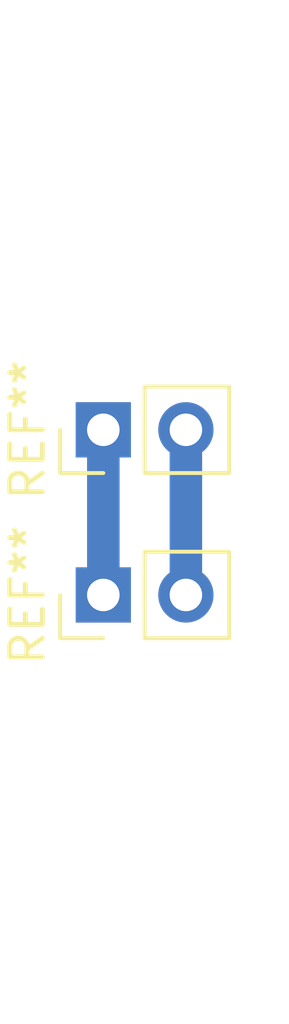
<source format=kicad_pcb>
(kicad_pcb (version 20211014) (generator pcbnew)
  (layers (0 "F.Cu" signal) (31 "B.Cu" signal) (34 "B.Paste" user) (35 "F.Paste" user) (36 "B.SilkS" user "B.Silkscreen") (37 "F.SilkS" user "F.Silkscreen") (38 "B.Mask" user) (39 "F.Mask" user) (44 "Edge.Cuts" user))
  (net 0 "")
  (footprint "Connector_PinHeader_2.54mm:PinHeader_1x02_P2.54mm_Vertical" (layer "F.Cu") (at 0 0 90)
    (fp_text reference "REF**" (at 0 -2.33 90) (layer "F.SilkS"))
    (fp_text value "PinHeader_1x02_P2.54mm_Vertical")
    (fp_line (start -1.33 0) (end -1.33 -1.33) (layer "F.SilkS") (width 0.12))
    (fp_line (start 1.33 1.27) (end 1.33 3.87) (layer "F.SilkS") (width 0.12))
    (fp_line (start -1.33 -1.33) (end 0 -1.33) (layer "F.SilkS") (width 0.12))
    (fp_line (start -1.33 1.27) (end -1.33 3.87) (layer "F.SilkS") (width 0.12))
    (fp_line (start -1.33 1.27) (end 1.33 1.27) (layer "F.SilkS") (width 0.12))
    (fp_line (start -1.33 3.87) (end 1.33 3.87) (layer "F.SilkS") (width 0.12))
    (pad "1" thru_hole rect (at 0 0 90) (size 1.7 1.7) (drill 1) (layers *.Cu *.Mask))
    (pad "2" thru_hole oval (at 0 2.54 90) (size 1.7 1.7) (drill 1) (layers *.Cu *.Mask))
  )
  (footprint "Connector_PinHeader_2.54mm:PinHeader_1x02_P2.54mm_Vertical" (layer "F.Cu") (at 0 5.08 90)
    (fp_text reference "REF**" (at 0 -2.33 90) (layer "F.SilkS"))
    (fp_text value "PinHeader_1x02_P2.54mm_Vertical")
    (fp_line (start -1.33 0) (end -1.33 -1.33) (layer "F.SilkS") (width 0.12))
    (fp_line (start -1.33 -1.33) (end 0 -1.33) (layer "F.SilkS") (width 0.12))
    (fp_line (start -1.33 1.27) (end -1.33 3.87) (layer "F.SilkS") (width 0.12))
    (fp_line (start -1.33 1.27) (end 1.33 1.27) (layer "F.SilkS") (width 0.12))
    (fp_line (start 1.33 1.27) (end 1.33 3.87) (layer "F.SilkS") (width 0.12))
    (fp_line (start -1.33 3.87) (end 1.33 3.87) (layer "F.SilkS") (width 0.12))
    (pad "1" thru_hole rect (at 0 0 90) (size 1.7 1.7) (drill 1) (layers *.Cu *.Mask))
    (pad "2" thru_hole oval (at 0 2.54 90) (size 1.7 1.7) (drill 1) (layers *.Cu *.Mask))
  )
  (segment (start 2.54 0) (end 2.54 5.08) (width 1) (layer "B.Cu") (net 0))
  (segment (start 0 0) (end 0 5.08) (width 1) (layer "B.Cu") (net 0))
)
</source>
